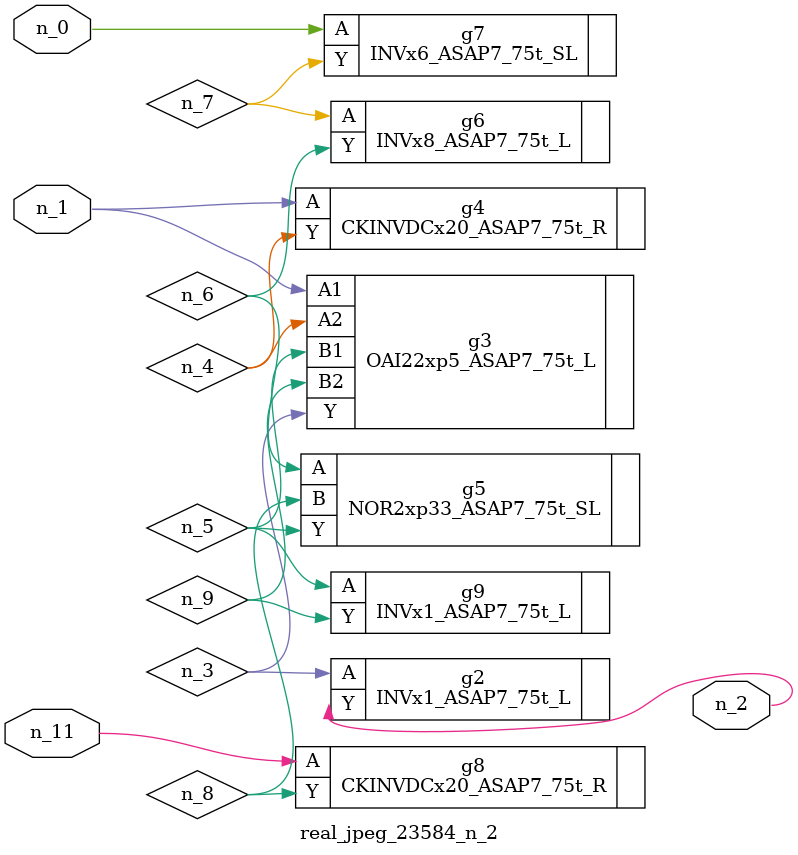
<source format=v>
module real_jpeg_23584_n_2 (n_1, n_11, n_0, n_2);

input n_1;
input n_11;
input n_0;

output n_2;

wire n_5;
wire n_4;
wire n_8;
wire n_6;
wire n_7;
wire n_3;
wire n_9;

INVx6_ASAP7_75t_SL g7 ( 
.A(n_0),
.Y(n_7)
);

OAI22xp5_ASAP7_75t_L g3 ( 
.A1(n_1),
.A2(n_4),
.B1(n_5),
.B2(n_9),
.Y(n_3)
);

CKINVDCx20_ASAP7_75t_R g4 ( 
.A(n_1),
.Y(n_4)
);

INVx1_ASAP7_75t_L g2 ( 
.A(n_3),
.Y(n_2)
);

INVx1_ASAP7_75t_L g9 ( 
.A(n_5),
.Y(n_9)
);

NOR2xp33_ASAP7_75t_SL g5 ( 
.A(n_6),
.B(n_8),
.Y(n_5)
);

INVx8_ASAP7_75t_L g6 ( 
.A(n_7),
.Y(n_6)
);

CKINVDCx20_ASAP7_75t_R g8 ( 
.A(n_11),
.Y(n_8)
);


endmodule
</source>
